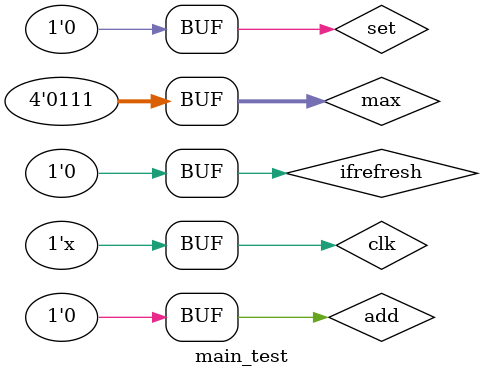
<source format=sv>
`timescale 1ns / 1ps

module main_test();
    reg clk;
    DIVIDER #(3,5) d(clk, CLK);
    reg ifrefresh;
    reg [3:0] max;
    wire carry;
    wire [3:0] count;
    reg set;
    reg add;
    COUNTER_ADJUST x(clk, CLK, set, add, ifrefresh, max, carry, count);
    always #1 clk = ~clk;
    initial begin
        set = 0;
        add = 0;
        ifrefresh = 0;
        max = 9;
        clk = 0;
        #506 ifrefresh = 1;
        max = 3;
        #99 ifrefresh = 0;
        max = 7;
        #10 set = 1;
        #20 add = 1; #10 add = 0;
        #20 add = 1; #10 add = 0;
        #20 add = 1; #10 add = 0;
        #20 add = 1; #10 add = 0;
        #10 set = 0;
    end
endmodule

</source>
